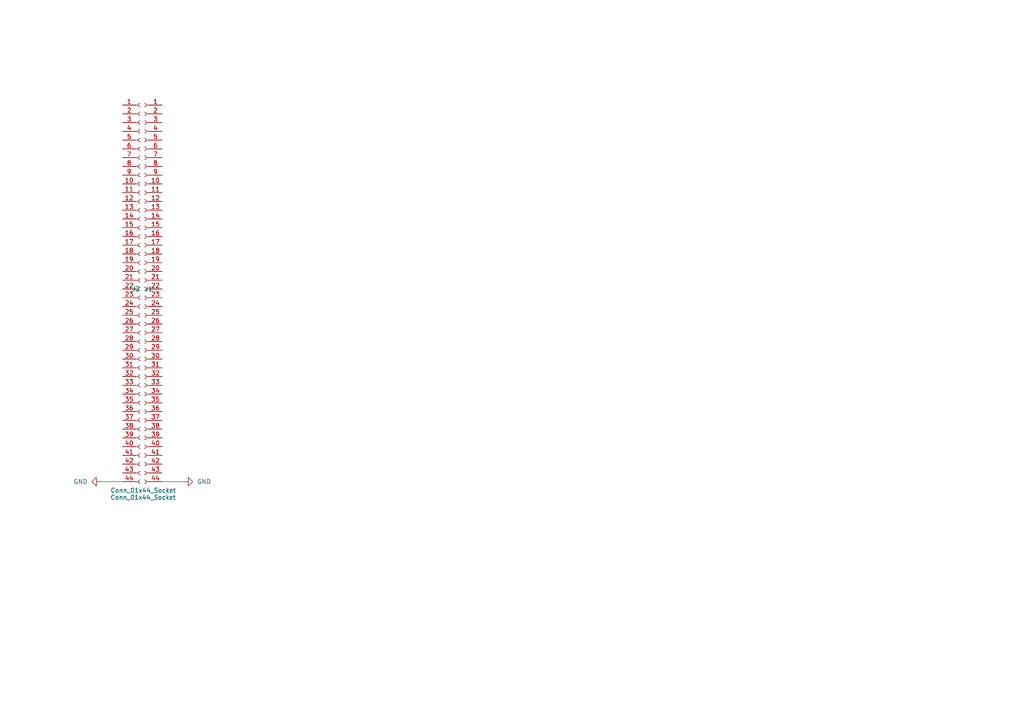
<source format=kicad_sch>
(kicad_sch (version 20231120) (generator "eeschema") (generator_version "8.0")
  (paper "A4")
  (lib_symbols
    (symbol "Connector:Conn_01x44_Socket" (pin_names (offset 1.016) hide)
      (property "Reference" "J" (at 0 55.88 0))
      (property "Value" "Conn_01x44_Socket" (at 0 -58.42 0))
      (symbol "Conn_01x44_Socket_1_1"
        (arc (start 0 -55.372) (mid -0.5058 -55.88) (end 0 -56.388) (stroke (width 0.1524)))
        (arc (start 0 -52.832) (mid -0.5058 -53.34) (end 0 -53.848) (stroke (width 0.1524)))
        (arc (start 0 -50.292) (mid -0.5058 -50.8) (end 0 -51.308) (stroke (width 0.1524)))
        (arc (start 0 -47.752) (mid -0.5058 -48.26) (end 0 -48.768) (stroke (width 0.1524)))
        (arc (start 0 -45.212) (mid -0.5058 -45.72) (end 0 -46.228) (stroke (width 0.1524)))
        (arc (start 0 -42.672) (mid -0.5058 -43.18) (end 0 -43.688) (stroke (width 0.1524)))
        (arc (start 0 -40.132) (mid -0.5058 -40.64) (end 0 -41.148) (stroke (width 0.1524)))
        (arc (start 0 -37.592) (mid -0.5058 -38.1) (end 0 -38.608) (stroke (width 0.1524)))
        (arc (start 0 -35.052) (mid -0.5058 -35.56) (end 0 -36.068) (stroke (width 0.1524)))
        (arc (start 0 -32.512) (mid -0.5058 -33.02) (end 0 -33.528) (stroke (width 0.1524)))
        (arc (start 0 -29.972) (mid -0.5058 -30.48) (end 0 -30.988) (stroke (width 0.1524)))
        (arc (start 0 -27.432) (mid -0.5058 -27.94) (end 0 -28.448) (stroke (width 0.1524)))
        (arc (start 0 -24.892) (mid -0.5058 -25.4) (end 0 -25.908) (stroke (width 0.1524)))
        (arc (start 0 -22.352) (mid -0.5058 -22.86) (end 0 -23.368) (stroke (width 0.1524)))
        (arc (start 0 -19.812) (mid -0.5058 -20.32) (end 0 -20.828) (stroke (width 0.1524)))
        (arc (start 0 -17.272) (mid -0.5058 -17.78) (end 0 -18.288) (stroke (width 0.1524)))
        (arc (start 0 -14.732) (mid -0.5058 -15.24) (end 0 -15.748) (stroke (width 0.1524)))
        (arc (start 0 -12.192) (mid -0.5058 -12.7) (end 0 -13.208) (stroke (width 0.1524)))
        (arc (start 0 -9.652) (mid -0.5058 -10.16) (end 0 -10.668) (stroke (width 0.1524)))
        (arc (start 0 -7.112) (mid -0.5058 -7.62) (end 0 -8.128) (stroke (width 0.1524)))
        (arc (start 0 -4.572) (mid -0.5058 -5.08) (end 0 -5.588) (stroke (width 0.1524)))
        (arc (start 0 -2.032) (mid -0.5058 -2.54) (end 0 -3.048) (stroke (width 0.1524)))
        (polyline (pts (xy -1.27 -55.88) (xy -0.508 -55.88)) (stroke (width 0.1524)))
        (polyline (pts (xy -1.27 -53.34) (xy -0.508 -53.34)) (stroke (width 0.1524)))
        (polyline (pts (xy -1.27 -50.8) (xy -0.508 -50.8)) (stroke (width 0.1524)))
        (polyline (pts (xy -1.27 -48.26) (xy -0.508 -48.26)) (stroke (width 0.1524)))
        (polyline (pts (xy -1.27 -45.72) (xy -0.508 -45.72)) (stroke (width 0.1524)))
        (polyline (pts (xy -1.27 -43.18) (xy -0.508 -43.18)) (stroke (width 0.1524)))
        (polyline (pts (xy -1.27 -40.64) (xy -0.508 -40.64)) (stroke (width 0.1524)))
        (polyline (pts (xy -1.27 -38.1) (xy -0.508 -38.1)) (stroke (width 0.1524)))
        (polyline (pts (xy -1.27 -35.56) (xy -0.508 -35.56)) (stroke (width 0.1524)))
        (polyline (pts (xy -1.27 -33.02) (xy -0.508 -33.02)) (stroke (width 0.1524)))
        (polyline (pts (xy -1.27 -30.48) (xy -0.508 -30.48)) (stroke (width 0.1524)))
        (polyline (pts (xy -1.27 -27.94) (xy -0.508 -27.94)) (stroke (width 0.1524)))
        (polyline (pts (xy -1.27 -25.4) (xy -0.508 -25.4)) (stroke (width 0.1524)))
        (polyline (pts (xy -1.27 -22.86) (xy -0.508 -22.86)) (stroke (width 0.1524)))
        (polyline (pts (xy -1.27 -20.32) (xy -0.508 -20.32)) (stroke (width 0.1524)))
        (polyline (pts (xy -1.27 -17.78) (xy -0.508 -17.78)) (stroke (width 0.1524)))
        (polyline (pts (xy -1.27 -15.24) (xy -0.508 -15.24)) (stroke (width 0.1524)))
        (polyline (pts (xy -1.27 -12.7) (xy -0.508 -12.7)) (stroke (width 0.1524)))
        (polyline (pts (xy -1.27 -10.16) (xy -0.508 -10.16)) (stroke (width 0.1524)))
        (polyline (pts (xy -1.27 -7.62) (xy -0.508 -7.62)) (stroke (width 0.1524)))
        (polyline (pts (xy -1.27 -5.08) (xy -0.508 -5.08)) (stroke (width 0.1524)))
        (polyline (pts (xy -1.27 -2.54) (xy -0.508 -2.54)) (stroke (width 0.1524)))
        (polyline (pts (xy -1.27 0) (xy -0.508 0)) (stroke (width 0.1524)))
        (polyline (pts (xy -1.27 2.54) (xy -0.508 2.54)) (stroke (width 0.1524)))
        (polyline (pts (xy -1.27 5.08) (xy -0.508 5.08)) (stroke (width 0.1524)))
        (polyline (pts (xy -1.27 7.62) (xy -0.508 7.62)) (stroke (width 0.1524)))
        (polyline (pts (xy -1.27 10.16) (xy -0.508 10.16)) (stroke (width 0.1524)))
        (polyline (pts (xy -1.27 12.7) (xy -0.508 12.7)) (stroke (width 0.1524)))
        (polyline (pts (xy -1.27 15.24) (xy -0.508 15.24)) (stroke (width 0.1524)))
        (polyline (pts (xy -1.27 17.78) (xy -0.508 17.78)) (stroke (width 0.1524)))
        (polyline (pts (xy -1.27 20.32) (xy -0.508 20.32)) (stroke (width 0.1524)))
        (polyline (pts (xy -1.27 22.86) (xy -0.508 22.86)) (stroke (width 0.1524)))
        (polyline (pts (xy -1.27 25.4) (xy -0.508 25.4)) (stroke (width 0.1524)))
        (polyline (pts (xy -1.27 27.94) (xy -0.508 27.94)) (stroke (width 0.1524)))
        (polyline (pts (xy -1.27 30.48) (xy -0.508 30.48)) (stroke (width 0.1524)))
        (polyline (pts (xy -1.27 33.02) (xy -0.508 33.02)) (stroke (width 0.1524)))
        (polyline (pts (xy -1.27 35.56) (xy -0.508 35.56)) (stroke (width 0.1524)))
        (polyline (pts (xy -1.27 38.1) (xy -0.508 38.1)) (stroke (width 0.1524)))
        (polyline (pts (xy -1.27 40.64) (xy -0.508 40.64)) (stroke (width 0.1524)))
        (polyline (pts (xy -1.27 43.18) (xy -0.508 43.18)) (stroke (width 0.1524)))
        (polyline (pts (xy -1.27 45.72) (xy -0.508 45.72)) (stroke (width 0.1524)))
        (polyline (pts (xy -1.27 48.26) (xy -0.508 48.26)) (stroke (width 0.1524)))
        (polyline (pts (xy -1.27 50.8) (xy -0.508 50.8)) (stroke (width 0.1524)))
        (polyline (pts (xy -1.27 53.34) (xy -0.508 53.34)) (stroke (width 0.1524)))
        (arc (start 0 0.508) (mid -0.5058 0) (end 0 -0.508) (stroke (width 0.1524)))
        (arc (start 0 3.048) (mid -0.5058 2.54) (end 0 2.032) (stroke (width 0.1524)))
        (arc (start 0 5.588) (mid -0.5058 5.08) (end 0 4.572) (stroke (width 0.1524)))
        (arc (start 0 8.128) (mid -0.5058 7.62) (end 0 7.112) (stroke (width 0.1524)))
        (arc (start 0 10.668) (mid -0.5058 10.16) (end 0 9.652) (stroke (width 0.1524)))
        (arc (start 0 13.208) (mid -0.5058 12.7) (end 0 12.192) (stroke (width 0.1524)))
        (arc (start 0 15.748) (mid -0.5058 15.24) (end 0 14.732) (stroke (width 0.1524)))
        (arc (start 0 18.288) (mid -0.5058 17.78) (end 0 17.272) (stroke (width 0.1524)))
        (arc (start 0 20.828) (mid -0.5058 20.32) (end 0 19.812) (stroke (width 0.1524)))
        (arc (start 0 23.368) (mid -0.5058 22.86) (end 0 22.352) (stroke (width 0.1524)))
        (arc (start 0 25.908) (mid -0.5058 25.4) (end 0 24.892) (stroke (width 0.1524)))
        (arc (start 0 28.448) (mid -0.5058 27.94) (end 0 27.432) (stroke (width 0.1524)))
        (arc (start 0 30.988) (mid -0.5058 30.48) (end 0 29.972) (stroke (width 0.1524)))
        (arc (start 0 33.528) (mid -0.5058 33.02) (end 0 32.512) (stroke (width 0.1524)))
        (arc (start 0 36.068) (mid -0.5058 35.56) (end 0 35.052) (stroke (width 0.1524)))
        (arc (start 0 38.608) (mid -0.5058 38.1) (end 0 37.592) (stroke (width 0.1524)))
        (arc (start 0 41.148) (mid -0.5058 40.64) (end 0 40.132) (stroke (width 0.1524)))
        (arc (start 0 43.688) (mid -0.5058 43.18) (end 0 42.672) (stroke (width 0.1524)))
        (arc (start 0 46.228) (mid -0.5058 45.72) (end 0 45.212) (stroke (width 0.1524)))
        (arc (start 0 48.768) (mid -0.5058 48.26) (end 0 47.752) (stroke (width 0.1524)))
        (arc (start 0 51.308) (mid -0.5058 50.8) (end 0 50.292) (stroke (width 0.1524)))
        (arc (start 0 53.848) (mid -0.5058 53.34) (end 0 52.832) (stroke (width 0.1524)))
        (pin passive line (at -5.08 53.34 0) (length 3.81) (name "Pin_1") (number "1"))
        (pin passive line (at -5.08 30.48 0) (length 3.81) (name "Pin_10") (number "10"))
        (pin passive line (at -5.08 27.94 0) (length 3.81) (name "Pin_11") (number "11"))
        (pin passive line (at -5.08 25.4 0) (length 3.81) (name "Pin_12") (number "12"))
        (pin passive line (at -5.08 22.86 0) (length 3.81) (name "Pin_13") (number "13"))
        (pin passive line (at -5.08 20.32 0) (length 3.81) (name "Pin_14") (number "14"))
        (pin passive line (at -5.08 17.78 0) (length 3.81) (name "Pin_15") (number "15"))
        (pin passive line (at -5.08 15.24 0) (length 3.81) (name "Pin_16") (number "16"))
        (pin passive line (at -5.08 12.7 0) (length 3.81) (name "Pin_17") (number "17"))
        (pin passive line (at -5.08 10.16 0) (length 3.81) (name "Pin_18") (number "18"))
        (pin passive line (at -5.08 7.62 0) (length 3.81) (name "Pin_19") (number "19"))
        (pin passive line (at -5.08 50.8 0) (length 3.81) (name "Pin_2") (number "2"))
        (pin passive line (at -5.08 5.08 0) (length 3.81) (name "Pin_20") (number "20"))
        (pin passive line (at -5.08 2.54 0) (length 3.81) (name "Pin_21") (number "21"))
        (pin passive line (at -5.08 0 0) (length 3.81) (name "Pin_22") (number "22"))
        (pin passive line (at -5.08 -2.54 0) (length 3.81) (name "Pin_23") (number "23"))
        (pin passive line (at -5.08 -5.08 0) (length 3.81) (name "Pin_24") (number "24"))
        (pin passive line (at -5.08 -7.62 0) (length 3.81) (name "Pin_25") (number "25"))
        (pin passive line (at -5.08 -10.16 0) (length 3.81) (name "Pin_26") (number "26"))
        (pin passive line (at -5.08 -12.7 0) (length 3.81) (name "Pin_27") (number "27"))
        (pin passive line (at -5.08 -15.24 0) (length 3.81) (name "Pin_28") (number "28"))
        (pin passive line (at -5.08 -17.78 0) (length 3.81) (name "Pin_29") (number "29"))
        (pin passive line (at -5.08 48.26 0) (length 3.81) (name "Pin_3") (number "3"))
        (pin passive line (at -5.08 -20.32 0) (length 3.81) (name "Pin_30") (number "30"))
        (pin passive line (at -5.08 -22.86 0) (length 3.81) (name "Pin_31") (number "31"))
        (pin passive line (at -5.08 -25.4 0) (length 3.81) (name "Pin_32") (number "32"))
        (pin passive line (at -5.08 -27.94 0) (length 3.81) (name "Pin_33") (number "33"))
        (pin passive line (at -5.08 -30.48 0) (length 3.81) (name "Pin_34") (number "34"))
        (pin passive line (at -5.08 -33.02 0) (length 3.81) (name "Pin_35") (number "35"))
        (pin passive line (at -5.08 -35.56 0) (length 3.81) (name "Pin_36") (number "36"))
        (pin passive line (at -5.08 -38.1 0) (length 3.81) (name "Pin_37") (number "37"))
        (pin passive line (at -5.08 -40.64 0) (length 3.81) (name "Pin_38") (number "38"))
        (pin passive line (at -5.08 -43.18 0) (length 3.81) (name "Pin_39") (number "39"))
        (pin passive line (at -5.08 45.72 0) (length 3.81) (name "Pin_4") (number "4"))
        (pin passive line (at -5.08 -45.72 0) (length 3.81) (name "Pin_40") (number "40"))
        (pin passive line (at -5.08 -48.26 0) (length 3.81) (name "Pin_41") (number "41"))
        (pin passive line (at -5.08 -50.8 0) (length 3.81) (name "Pin_42") (number "42"))
        (pin passive line (at -5.08 -53.34 0) (length 3.81) (name "Pin_43") (number "43"))
        (pin passive line (at -5.08 -55.88 0) (length 3.81) (name "Pin_44") (number "44"))
        (pin passive line (at -5.08 43.18 0) (length 3.81) (name "Pin_5") (number "5"))
        (pin passive line (at -5.08 40.64 0) (length 3.81) (name "Pin_6") (number "6"))
        (pin passive line (at -5.08 38.1 0) (length 3.81) (name "Pin_7") (number "7"))
        (pin passive line (at -5.08 35.56 0) (length 3.81) (name "Pin_8") (number "8"))
        (pin passive line (at -5.08 33.02 0) (length 3.81) (name "Pin_9") (number "9"))
      )
    )
    (symbol "power:GND" (power) (pin_numbers hide) (pin_names (offset 0) hide)
      (property "Value" "GND" (at 0 -3.81 0))
      (symbol "GND_0_1"
        (polyline (pts (xy 0 0) (xy 0 -1.27) (xy 1.27 -1.27) (xy 0 -2.54) (xy -1.27 -1.27) (xy 0 -1.27)))
      )
      (symbol "GND_1_1"
        (pin power_in line (at 0 0 270) (length 0) (name "~") (number "1"))
      )
    )
  )
  (wire (pts (xy 29.21 139.7) (xy 35.56 139.7)))
  (wire (pts (xy 46.99 139.7) (xy 53.34 139.7)))
  (symbol (lib_id "power:GND") (at 29.21 139.7 270) (unit 1)
    (property "Reference" "#PWR02" (effects (hide yes)))
    (property "Value" "GND" (at 25.4 139.6999 90) (effects (justify right)))
    (property "Description" "Power symbol creates a global label with name \"GND\" , ground" (effects (hide yes)))
  )
  (symbol (lib_id "Connector:Conn_01x44_Socket") (at 40.64 83.82 0) (unit 1)
    (property "Reference" "J1" (at 41.91 83.8199 0) (effects (justify left)))
    (property "Value" "Conn_01x44_Socket" (at 32.004 144.272 0) (effects (justify left)))
    (property "Description" "\"Generic connector, single row, 01x44, script generated\"" (effects (hide yes)))
  )
  (symbol (lib_id "Connector:Conn_01x44_Socket") (at 41.91 83.82 0) (mirror y) (unit 1)
    (property "Reference" "J2" (at 40.64 83.8199 0) (effects (justify left)))
    (property "Value" "Conn_01x44_Socket" (at 51.054 142.24 0) (effects (justify left)))
    (property "Description" "\"Generic connector, single row, 01x44, script generated\"" (effects (hide yes)))
  )
  (symbol (lib_id "power:GND") (at 53.34 139.7 90) (unit 1)
    (property "Reference" "#PWR01" (effects (hide yes)))
    (property "Value" "GND" (at 57.15 139.6999 90) (effects (justify right)))
    (property "Description" "Power symbol creates a global label with name \"GND\" , ground" (effects (hide yes)))
  )
)
</source>
